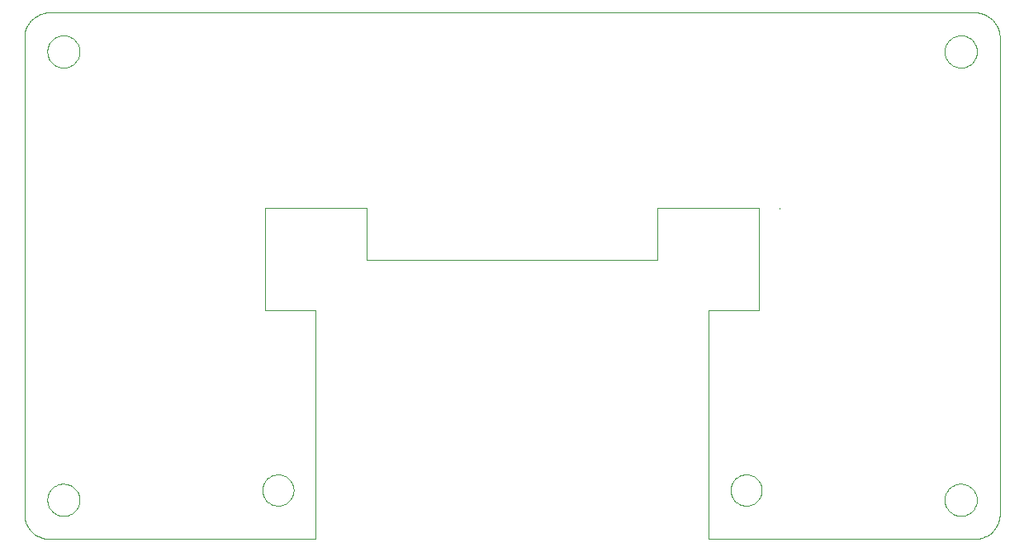
<source format=gtl>
G75*
%MOIN*%
%OFA0B0*%
%FSLAX24Y24*%
%IPPOS*%
%LPD*%
%AMOC8*
5,1,8,0,0,1.08239X$1,22.5*
%
%ADD10C,0.0000*%
D10*
X004622Y004437D02*
X015382Y004437D01*
X015382Y013677D01*
X013342Y013677D01*
X013342Y017817D01*
X017422Y017817D01*
X017422Y015717D01*
X029182Y015717D01*
X029182Y017817D01*
X033262Y017817D01*
X033262Y013677D01*
X031222Y013677D01*
X031222Y004437D01*
X041992Y004437D01*
X042052Y004439D01*
X042113Y004444D01*
X042172Y004453D01*
X042231Y004466D01*
X042290Y004482D01*
X042347Y004502D01*
X042402Y004525D01*
X042457Y004552D01*
X042509Y004581D01*
X042560Y004614D01*
X042609Y004650D01*
X042655Y004688D01*
X042699Y004730D01*
X042741Y004774D01*
X042779Y004820D01*
X042815Y004869D01*
X042848Y004920D01*
X042877Y004972D01*
X042904Y005027D01*
X042927Y005082D01*
X042947Y005139D01*
X042963Y005198D01*
X042976Y005257D01*
X042985Y005316D01*
X042990Y005377D01*
X042992Y005437D01*
X042992Y024696D01*
X042990Y024756D01*
X042985Y024817D01*
X042976Y024876D01*
X042963Y024935D01*
X042947Y024994D01*
X042927Y025051D01*
X042904Y025106D01*
X042877Y025161D01*
X042848Y025213D01*
X042815Y025264D01*
X042779Y025313D01*
X042741Y025359D01*
X042699Y025403D01*
X042655Y025445D01*
X042609Y025483D01*
X042560Y025519D01*
X042509Y025552D01*
X042457Y025581D01*
X042402Y025608D01*
X042347Y025631D01*
X042290Y025651D01*
X042231Y025667D01*
X042172Y025680D01*
X042113Y025689D01*
X042052Y025694D01*
X041992Y025696D01*
X004622Y025696D01*
X004562Y025694D01*
X004501Y025689D01*
X004442Y025680D01*
X004383Y025667D01*
X004324Y025651D01*
X004267Y025631D01*
X004212Y025608D01*
X004157Y025581D01*
X004105Y025552D01*
X004054Y025519D01*
X004005Y025483D01*
X003959Y025445D01*
X003915Y025403D01*
X003873Y025359D01*
X003835Y025313D01*
X003799Y025264D01*
X003766Y025213D01*
X003737Y025161D01*
X003710Y025106D01*
X003687Y025051D01*
X003667Y024994D01*
X003651Y024935D01*
X003638Y024876D01*
X003629Y024817D01*
X003624Y024756D01*
X003622Y024696D01*
X003622Y005437D01*
X003624Y005377D01*
X003629Y005316D01*
X003638Y005257D01*
X003651Y005198D01*
X003667Y005139D01*
X003687Y005082D01*
X003710Y005027D01*
X003737Y004972D01*
X003766Y004920D01*
X003799Y004869D01*
X003835Y004820D01*
X003873Y004774D01*
X003915Y004730D01*
X003959Y004688D01*
X004005Y004650D01*
X004054Y004614D01*
X004105Y004581D01*
X004157Y004552D01*
X004212Y004525D01*
X004267Y004502D01*
X004324Y004482D01*
X004383Y004466D01*
X004442Y004453D01*
X004501Y004444D01*
X004562Y004439D01*
X004622Y004437D01*
X004547Y006011D02*
X004549Y006061D01*
X004555Y006111D01*
X004565Y006161D01*
X004578Y006209D01*
X004595Y006257D01*
X004616Y006303D01*
X004640Y006347D01*
X004668Y006389D01*
X004699Y006429D01*
X004733Y006466D01*
X004770Y006501D01*
X004809Y006532D01*
X004850Y006561D01*
X004894Y006586D01*
X004940Y006608D01*
X004987Y006626D01*
X005035Y006640D01*
X005084Y006651D01*
X005134Y006658D01*
X005184Y006661D01*
X005235Y006660D01*
X005285Y006655D01*
X005335Y006646D01*
X005383Y006634D01*
X005431Y006617D01*
X005477Y006597D01*
X005522Y006574D01*
X005565Y006547D01*
X005605Y006517D01*
X005643Y006484D01*
X005678Y006448D01*
X005711Y006409D01*
X005740Y006368D01*
X005766Y006325D01*
X005789Y006280D01*
X005808Y006233D01*
X005823Y006185D01*
X005835Y006136D01*
X005843Y006086D01*
X005847Y006036D01*
X005847Y005986D01*
X005843Y005936D01*
X005835Y005886D01*
X005823Y005837D01*
X005808Y005789D01*
X005789Y005742D01*
X005766Y005697D01*
X005740Y005654D01*
X005711Y005613D01*
X005678Y005574D01*
X005643Y005538D01*
X005605Y005505D01*
X005565Y005475D01*
X005522Y005448D01*
X005477Y005425D01*
X005431Y005405D01*
X005383Y005388D01*
X005335Y005376D01*
X005285Y005367D01*
X005235Y005362D01*
X005184Y005361D01*
X005134Y005364D01*
X005084Y005371D01*
X005035Y005382D01*
X004987Y005396D01*
X004940Y005414D01*
X004894Y005436D01*
X004850Y005461D01*
X004809Y005490D01*
X004770Y005521D01*
X004733Y005556D01*
X004699Y005593D01*
X004668Y005633D01*
X004640Y005675D01*
X004616Y005719D01*
X004595Y005765D01*
X004578Y005813D01*
X004565Y005861D01*
X004555Y005911D01*
X004549Y005961D01*
X004547Y006011D01*
X013228Y006405D02*
X013230Y006455D01*
X013236Y006505D01*
X013246Y006554D01*
X013260Y006602D01*
X013277Y006649D01*
X013298Y006694D01*
X013323Y006738D01*
X013351Y006779D01*
X013383Y006818D01*
X013417Y006855D01*
X013454Y006889D01*
X013494Y006919D01*
X013536Y006946D01*
X013580Y006970D01*
X013626Y006991D01*
X013673Y007007D01*
X013721Y007020D01*
X013771Y007029D01*
X013820Y007034D01*
X013871Y007035D01*
X013921Y007032D01*
X013970Y007025D01*
X014019Y007014D01*
X014067Y006999D01*
X014113Y006981D01*
X014158Y006959D01*
X014201Y006933D01*
X014242Y006904D01*
X014281Y006872D01*
X014317Y006837D01*
X014349Y006799D01*
X014379Y006759D01*
X014406Y006716D01*
X014429Y006672D01*
X014448Y006626D01*
X014464Y006578D01*
X014476Y006529D01*
X014484Y006480D01*
X014488Y006430D01*
X014488Y006380D01*
X014484Y006330D01*
X014476Y006281D01*
X014464Y006232D01*
X014448Y006184D01*
X014429Y006138D01*
X014406Y006094D01*
X014379Y006051D01*
X014349Y006011D01*
X014317Y005973D01*
X014281Y005938D01*
X014242Y005906D01*
X014201Y005877D01*
X014158Y005851D01*
X014113Y005829D01*
X014067Y005811D01*
X014019Y005796D01*
X013970Y005785D01*
X013921Y005778D01*
X013871Y005775D01*
X013820Y005776D01*
X013771Y005781D01*
X013721Y005790D01*
X013673Y005803D01*
X013626Y005819D01*
X013580Y005840D01*
X013536Y005864D01*
X013494Y005891D01*
X013454Y005921D01*
X013417Y005955D01*
X013383Y005992D01*
X013351Y006031D01*
X013323Y006072D01*
X013298Y006116D01*
X013277Y006161D01*
X013260Y006208D01*
X013246Y006256D01*
X013236Y006305D01*
X013230Y006355D01*
X013228Y006405D01*
X032126Y006405D02*
X032128Y006455D01*
X032134Y006505D01*
X032144Y006554D01*
X032158Y006602D01*
X032175Y006649D01*
X032196Y006694D01*
X032221Y006738D01*
X032249Y006779D01*
X032281Y006818D01*
X032315Y006855D01*
X032352Y006889D01*
X032392Y006919D01*
X032434Y006946D01*
X032478Y006970D01*
X032524Y006991D01*
X032571Y007007D01*
X032619Y007020D01*
X032669Y007029D01*
X032718Y007034D01*
X032769Y007035D01*
X032819Y007032D01*
X032868Y007025D01*
X032917Y007014D01*
X032965Y006999D01*
X033011Y006981D01*
X033056Y006959D01*
X033099Y006933D01*
X033140Y006904D01*
X033179Y006872D01*
X033215Y006837D01*
X033247Y006799D01*
X033277Y006759D01*
X033304Y006716D01*
X033327Y006672D01*
X033346Y006626D01*
X033362Y006578D01*
X033374Y006529D01*
X033382Y006480D01*
X033386Y006430D01*
X033386Y006380D01*
X033382Y006330D01*
X033374Y006281D01*
X033362Y006232D01*
X033346Y006184D01*
X033327Y006138D01*
X033304Y006094D01*
X033277Y006051D01*
X033247Y006011D01*
X033215Y005973D01*
X033179Y005938D01*
X033140Y005906D01*
X033099Y005877D01*
X033056Y005851D01*
X033011Y005829D01*
X032965Y005811D01*
X032917Y005796D01*
X032868Y005785D01*
X032819Y005778D01*
X032769Y005775D01*
X032718Y005776D01*
X032669Y005781D01*
X032619Y005790D01*
X032571Y005803D01*
X032524Y005819D01*
X032478Y005840D01*
X032434Y005864D01*
X032392Y005891D01*
X032352Y005921D01*
X032315Y005955D01*
X032281Y005992D01*
X032249Y006031D01*
X032221Y006072D01*
X032196Y006116D01*
X032175Y006161D01*
X032158Y006208D01*
X032144Y006256D01*
X032134Y006305D01*
X032128Y006355D01*
X032126Y006405D01*
X040767Y006011D02*
X040769Y006061D01*
X040775Y006111D01*
X040785Y006161D01*
X040798Y006209D01*
X040815Y006257D01*
X040836Y006303D01*
X040860Y006347D01*
X040888Y006389D01*
X040919Y006429D01*
X040953Y006466D01*
X040990Y006501D01*
X041029Y006532D01*
X041070Y006561D01*
X041114Y006586D01*
X041160Y006608D01*
X041207Y006626D01*
X041255Y006640D01*
X041304Y006651D01*
X041354Y006658D01*
X041404Y006661D01*
X041455Y006660D01*
X041505Y006655D01*
X041555Y006646D01*
X041603Y006634D01*
X041651Y006617D01*
X041697Y006597D01*
X041742Y006574D01*
X041785Y006547D01*
X041825Y006517D01*
X041863Y006484D01*
X041898Y006448D01*
X041931Y006409D01*
X041960Y006368D01*
X041986Y006325D01*
X042009Y006280D01*
X042028Y006233D01*
X042043Y006185D01*
X042055Y006136D01*
X042063Y006086D01*
X042067Y006036D01*
X042067Y005986D01*
X042063Y005936D01*
X042055Y005886D01*
X042043Y005837D01*
X042028Y005789D01*
X042009Y005742D01*
X041986Y005697D01*
X041960Y005654D01*
X041931Y005613D01*
X041898Y005574D01*
X041863Y005538D01*
X041825Y005505D01*
X041785Y005475D01*
X041742Y005448D01*
X041697Y005425D01*
X041651Y005405D01*
X041603Y005388D01*
X041555Y005376D01*
X041505Y005367D01*
X041455Y005362D01*
X041404Y005361D01*
X041354Y005364D01*
X041304Y005371D01*
X041255Y005382D01*
X041207Y005396D01*
X041160Y005414D01*
X041114Y005436D01*
X041070Y005461D01*
X041029Y005490D01*
X040990Y005521D01*
X040953Y005556D01*
X040919Y005593D01*
X040888Y005633D01*
X040860Y005675D01*
X040836Y005719D01*
X040815Y005765D01*
X040798Y005813D01*
X040785Y005861D01*
X040775Y005911D01*
X040769Y005961D01*
X040767Y006011D01*
X034102Y017757D02*
X034102Y017817D01*
X040767Y024122D02*
X040769Y024172D01*
X040775Y024222D01*
X040785Y024272D01*
X040798Y024320D01*
X040815Y024368D01*
X040836Y024414D01*
X040860Y024458D01*
X040888Y024500D01*
X040919Y024540D01*
X040953Y024577D01*
X040990Y024612D01*
X041029Y024643D01*
X041070Y024672D01*
X041114Y024697D01*
X041160Y024719D01*
X041207Y024737D01*
X041255Y024751D01*
X041304Y024762D01*
X041354Y024769D01*
X041404Y024772D01*
X041455Y024771D01*
X041505Y024766D01*
X041555Y024757D01*
X041603Y024745D01*
X041651Y024728D01*
X041697Y024708D01*
X041742Y024685D01*
X041785Y024658D01*
X041825Y024628D01*
X041863Y024595D01*
X041898Y024559D01*
X041931Y024520D01*
X041960Y024479D01*
X041986Y024436D01*
X042009Y024391D01*
X042028Y024344D01*
X042043Y024296D01*
X042055Y024247D01*
X042063Y024197D01*
X042067Y024147D01*
X042067Y024097D01*
X042063Y024047D01*
X042055Y023997D01*
X042043Y023948D01*
X042028Y023900D01*
X042009Y023853D01*
X041986Y023808D01*
X041960Y023765D01*
X041931Y023724D01*
X041898Y023685D01*
X041863Y023649D01*
X041825Y023616D01*
X041785Y023586D01*
X041742Y023559D01*
X041697Y023536D01*
X041651Y023516D01*
X041603Y023499D01*
X041555Y023487D01*
X041505Y023478D01*
X041455Y023473D01*
X041404Y023472D01*
X041354Y023475D01*
X041304Y023482D01*
X041255Y023493D01*
X041207Y023507D01*
X041160Y023525D01*
X041114Y023547D01*
X041070Y023572D01*
X041029Y023601D01*
X040990Y023632D01*
X040953Y023667D01*
X040919Y023704D01*
X040888Y023744D01*
X040860Y023786D01*
X040836Y023830D01*
X040815Y023876D01*
X040798Y023924D01*
X040785Y023972D01*
X040775Y024022D01*
X040769Y024072D01*
X040767Y024122D01*
X004547Y024122D02*
X004549Y024172D01*
X004555Y024222D01*
X004565Y024272D01*
X004578Y024320D01*
X004595Y024368D01*
X004616Y024414D01*
X004640Y024458D01*
X004668Y024500D01*
X004699Y024540D01*
X004733Y024577D01*
X004770Y024612D01*
X004809Y024643D01*
X004850Y024672D01*
X004894Y024697D01*
X004940Y024719D01*
X004987Y024737D01*
X005035Y024751D01*
X005084Y024762D01*
X005134Y024769D01*
X005184Y024772D01*
X005235Y024771D01*
X005285Y024766D01*
X005335Y024757D01*
X005383Y024745D01*
X005431Y024728D01*
X005477Y024708D01*
X005522Y024685D01*
X005565Y024658D01*
X005605Y024628D01*
X005643Y024595D01*
X005678Y024559D01*
X005711Y024520D01*
X005740Y024479D01*
X005766Y024436D01*
X005789Y024391D01*
X005808Y024344D01*
X005823Y024296D01*
X005835Y024247D01*
X005843Y024197D01*
X005847Y024147D01*
X005847Y024097D01*
X005843Y024047D01*
X005835Y023997D01*
X005823Y023948D01*
X005808Y023900D01*
X005789Y023853D01*
X005766Y023808D01*
X005740Y023765D01*
X005711Y023724D01*
X005678Y023685D01*
X005643Y023649D01*
X005605Y023616D01*
X005565Y023586D01*
X005522Y023559D01*
X005477Y023536D01*
X005431Y023516D01*
X005383Y023499D01*
X005335Y023487D01*
X005285Y023478D01*
X005235Y023473D01*
X005184Y023472D01*
X005134Y023475D01*
X005084Y023482D01*
X005035Y023493D01*
X004987Y023507D01*
X004940Y023525D01*
X004894Y023547D01*
X004850Y023572D01*
X004809Y023601D01*
X004770Y023632D01*
X004733Y023667D01*
X004699Y023704D01*
X004668Y023744D01*
X004640Y023786D01*
X004616Y023830D01*
X004595Y023876D01*
X004578Y023924D01*
X004565Y023972D01*
X004555Y024022D01*
X004549Y024072D01*
X004547Y024122D01*
M02*

</source>
